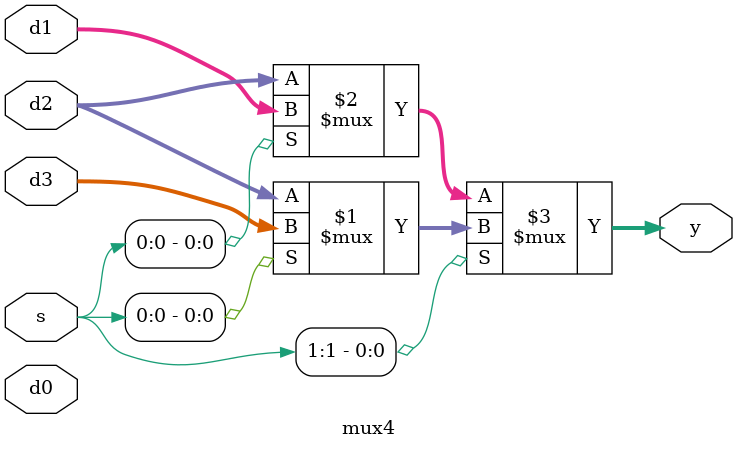
<source format=sv>
module mux4(input logic[3:0]d0,d1,d2,d3,
            input logic[1:0]s,
            output logic[3:0]y);

assign y = s[1]?(s[0]?d3:d2):(s[0]?d1:d2);

endmodule
</source>
